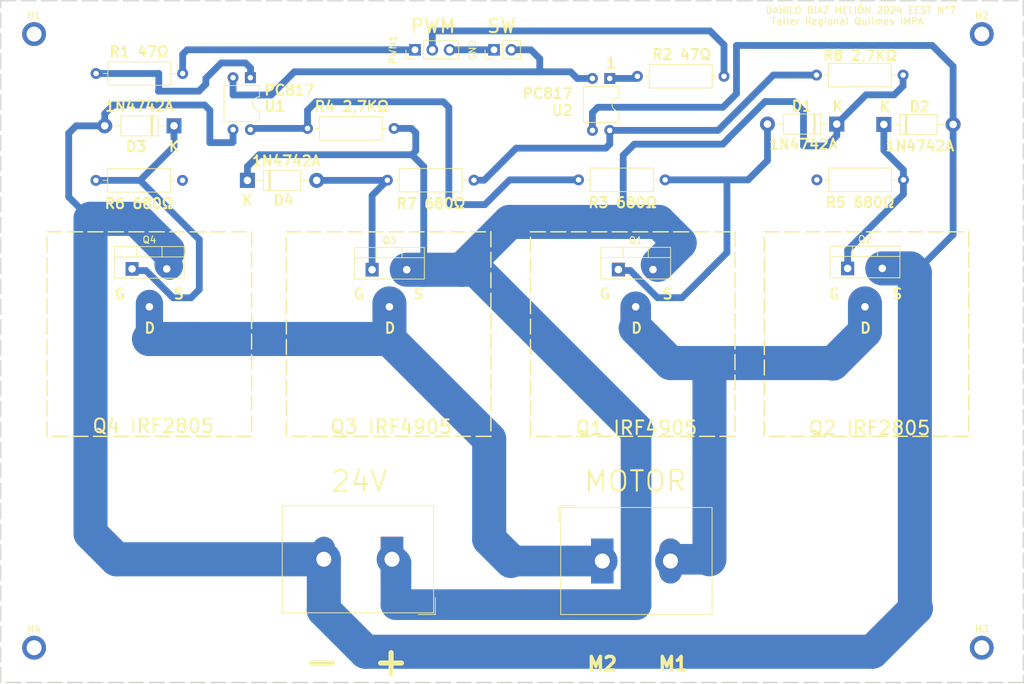
<source format=kicad_pcb>
(kicad_pcb (version 20240108) (generator "pcbnew") (generator_version "8.0")
  (title_block (title "Puente H Power Mosfet") (date "05/09/2024") (rev "8.1.1") (company "Danilo Melión"))
  (layers (0 "F.Cu" signal) (31 "B.Cu" signal) (34 "B.Paste" user) (35 "F.Paste" user) (36 "B.SilkS" user "B.Silkscreen") (37 "F.SilkS" user "F.Silkscreen") (38 "B.Mask" user) (39 "F.Mask" user) (44 "Edge.Cuts" user))
  (net 0 "")
  (net 1 "PWM1")
  (net 2 "PWM2")
  (net 3 "GND")
  (net 4 "Net-(J2-Pin_1)")
  (net 5 "Net-(J2-Pin_2)")
  (net 6 "Net-(D2-K)")
  (net 7 "+24V")
  (net 8 "Net-(D1-A)")
  (net 9 "Net-(R3-Pad1)")
  (net 10 "Net-(R1-Pad2)")
  (net 11 "Net-(SW1-B)")
  (net 12 "GNDPWR")
  (net 13 "Net-(R7-Pad2)")
  (net 14 "Net-(D3-K)")
  (net 15 "Net-(D4-A)")
  (net 16 "Net-(R2-Pad1)")
  (footprint "Package_DIP:DIP-4_W7.62mm" (layer "F.Cu") (at 88.7222 42.3926 -90)
    (property "Reference" "U1" (hide yes))
    (property "Value" "PC817" (hide yes))
    (fp_line (start 1.16 3.87) (end 6.46 3.87) (stroke (width 0.12)) (layer "F.SilkS"))
    (fp_line (start 6.46 3.87) (end 6.46 -1.33) (stroke (width 0.12)) (layer "F.SilkS"))
    (fp_line (start 1.16 -1.33) (end 1.16 3.87) (stroke (width 0.12)) (layer "F.SilkS"))
    (fp_line (start 2.81 -1.33) (end 1.16 -1.33) (stroke (width 0.12)) (layer "F.SilkS"))
    (fp_line (start 6.46 -1.33) (end 4.81 -1.33) (stroke (width 0.12)) (layer "F.SilkS"))
    (fp_arc (start 4.81 -1.33) (mid 3.81 -0.33) (end 2.81 -1.33) (stroke (width 0.12)) (layer "F.SilkS"))
    (pad "1" thru_hole rect (at 0 0 270) (size 1.6 1.6) (drill 0.8) (layers "*.Cu" "*.Mask") (net 10 "Net-(R1-Pad2)"))
    (pad "2" thru_hole oval (at 0 2.54 270) (size 1.6 1.6) (drill 0.8) (layers "*.Cu" "*.Mask") (net 11 "Net-(SW1-B)"))
    (pad "3" thru_hole oval (at 7.62 2.54 270) (size 1.6 1.6) (drill 0.8) (layers "*.Cu" "*.Mask") (net 12 "GNDPWR"))
    (pad "4" thru_hole oval (at 7.62 0 270) (size 1.6 1.6) (drill 0.8) (layers "*.Cu" "*.Mask") (net 9 "Net-(R3-Pad1)"))
  )
  (footprint "Diode_THT:D_DO-41_SOD81_P10.16mm_Horizontal" (layer "F.Cu") (at 181.6354 49.2506)
    (property "Reference" "D2" (hide yes))
    (property "Value" "1N4742A" (hide yes))
    (fp_line (start 1.34 0) (end 2.36 0) (stroke (width 0.12)) (layer "F.SilkS"))
    (fp_line (start 2.36 -1.47) (end 2.36 1.47) (stroke (width 0.12)) (layer "F.SilkS"))
    (fp_line (start 2.36 1.47) (end 7.8 1.47) (stroke (width 0.12)) (layer "F.SilkS"))
    (fp_line (start 3.14 -1.47) (end 3.14 1.47) (stroke (width 0.12)) (layer "F.SilkS"))
    (fp_line (start 3.26 -1.47) (end 3.26 1.47) (stroke (width 0.12)) (layer "F.SilkS"))
    (fp_line (start 3.38 -1.47) (end 3.38 1.47) (stroke (width 0.12)) (layer "F.SilkS"))
    (fp_line (start 7.8 -1.47) (end 2.36 -1.47) (stroke (width 0.12)) (layer "F.SilkS"))
    (fp_line (start 7.8 1.47) (end 7.8 -1.47) (stroke (width 0.12)) (layer "F.SilkS"))
    (fp_line (start 8.82 0) (end 7.8 0) (stroke (width 0.12)) (layer "F.SilkS"))
    (pad "1" thru_hole rect (at 0 0) (size 2.2 2.2) (drill 1.1) (layers "*.Cu" "*.Mask") (net 6 "Net-(D2-K)"))
    (pad "2" thru_hole oval (at 10.16 0) (size 2.2 2.2) (drill 1.1) (layers "*.Cu" "*.Mask") (net 12 "GNDPWR"))
  )
  (footprint "Diode_THT:D_DO-41_SOD81_P10.16mm_Horizontal" (layer "F.Cu") (at 88.2904 57.4548)
    (property "Reference" "D4" (at 5.3086 2.8956 0) (layer "F.SilkS") (effects (font (size 1.5 1.5) (thickness 0.3) (bold yes))))
    (property "Value" "1N4742A" (at 5.6896 -2.8448 0) (layer "F.SilkS") (effects (font (size 1.5 1.5) (thickness 0.3) (bold yes))))
    (fp_line (start 1.34 0) (end 2.36 0) (stroke (width 0.12)) (layer "F.SilkS"))
    (fp_line (start 2.36 -1.47) (end 2.36 1.47) (stroke (width 0.12)) (layer "F.SilkS"))
    (fp_line (start 2.36 1.47) (end 7.8 1.47) (stroke (width 0.12)) (layer "F.SilkS"))
    (fp_line (start 3.14 -1.47) (end 3.14 1.47) (stroke (width 0.12)) (layer "F.SilkS"))
    (fp_line (start 3.26 -1.47) (end 3.26 1.47) (stroke (width 0.12)) (layer "F.SilkS"))
    (fp_line (start 3.38 -1.47) (end 3.38 1.47) (stroke (width 0.12)) (layer "F.SilkS"))
    (fp_line (start 7.8 -1.47) (end 2.36 -1.47) (stroke (width 0.12)) (layer "F.SilkS"))
    (fp_line (start 7.8 1.47) (end 7.8 -1.47) (stroke (width 0.12)) (layer "F.SilkS"))
    (fp_line (start 8.82 0) (end 7.8 0) (stroke (width 0.12)) (layer "F.SilkS"))
    (fp_text user "K" (at 0 2.921 0) (layer "F.SilkS") (effects (font (size 1.5 1.5) (thickness 0.3) (bold yes))))
    (pad "1" thru_hole rect (at 0 0) (size 2.2 2.2) (drill 1.1) (layers "*.Cu" "*.Mask") (net 7 "+24V"))
    (pad "2" thru_hole oval (at 10.16 0) (size 2.2 2.2) (drill 1.1) (layers "*.Cu" "*.Mask") (net 15 "Net-(D4-A)"))
  )
  (footprint "MountingHole:MountingHole_2.2mm_M2_ISO7380_Pad" (layer "F.Cu") (at 57 126)
    (property "Reference" "H4" (at 0 -2.75 0) (layer "F.SilkS"))
    (property "Value" "MountingHole_2.2mm_M2_ISO7380_Pad" (hide yes))
    (pad "1" thru_hole circle (at 0 0) (size 3.5 3.5) (drill 2.2) (layers "*.Cu" "*.Mask"))
  )
  (footprint "Package_TO_SOT_THT:TO-220-3_Vertical" (layer "F.Cu") (at 106.5784 70.5612)
    (property "Reference" "Q3" (at 2.54 -4.27 0) (layer "F.SilkS"))
    (property "Value" "IRF4905")
    (fp_line (start -2.58 -3.27) (end -2.58 1.371) (stroke (width 0.12)) (layer "F.SilkS"))
    (fp_line (start -2.58 -3.27) (end 7.66 -3.27) (stroke (width 0.12)) (layer "F.SilkS"))
    (fp_line (start -2.58 -1.76) (end 7.66 -1.76) (stroke (width 0.12)) (layer "F.SilkS"))
    (fp_line (start -2.58 1.371) (end 7.66 1.371) (stroke (width 0.12)) (layer "F.SilkS"))
    (fp_line (start 0.69 -3.27) (end 0.69 -1.76) (stroke (width 0.12)) (layer "F.SilkS"))
    (fp_line (start 4.391 -3.27) (end 4.391 -1.76) (stroke (width 0.12)) (layer "F.SilkS"))
    (fp_line (start 7.66 -3.27) (end 7.66 1.371) (stroke (width 0.12)) (layer "F.SilkS"))
    (pad "1" thru_hole rect (at 0 0) (size 1.905 2) (drill 1.1) (layers "*.Cu" "*.Mask") (net 15 "Net-(D4-A)"))
    (pad "2" thru_hole oval (at 2.54 5.4388) (size 1.905 2) (drill 1.1) (layers "*.Cu" "*.Mask") (net 4 "Net-(J2-Pin_1)"))
    (pad "3" thru_hole oval (at 5.08 0) (size 1.905 2) (drill 1.1) (layers "*.Cu" "*.Mask") (net 7 "+24V"))
  )
  (footprint "Resistor_THT:R_Axial_DIN0309_L9.0mm_D3.2mm_P12.70mm_Horizontal" (layer "F.Cu") (at 66.0654 57.4548)
    (property "Reference" "R6" (hide yes))
    (property "Value" "680" (hide yes))
    (fp_line (start 1.04 0) (end 1.73 0) (stroke (width 0.12)) (layer "F.SilkS"))
    (fp_line (start 1.73 -1.72) (end 1.73 1.72) (stroke (width 0.12)) (layer "F.SilkS"))
    (fp_line (start 1.73 1.72) (end 10.97 1.72) (stroke (width 0.12)) (layer "F.SilkS"))
    (fp_line (start 10.97 -1.72) (end 1.73 -1.72) (stroke (width 0.12)) (layer "F.SilkS"))
    (fp_line (start 10.97 1.72) (end 10.97 -1.72) (stroke (width 0.12)) (layer "F.SilkS"))
    (fp_line (start 11.66 0) (end 10.97 0) (stroke (width 0.12)) (layer "F.SilkS"))
    (pad "1" thru_hole circle (at 0 0) (size 1.6 1.6) (drill 0.8) (layers "*.Cu" "*.Mask") (net 14 "Net-(D3-K)"))
    (pad "2" thru_hole oval (at 12.7 0) (size 1.6 1.6) (drill 0.8) (layers "*.Cu" "*.Mask") (net 5 "Net-(J2-Pin_2)"))
  )
  (footprint "Package_DIP:DIP-4_W7.62mm" (layer "F.Cu") (at 141.4322 42.5042 -90)
    (property "Reference" "U2" (hide yes))
    (property "Value" "PC817" (hide yes))
    (fp_line (start 1.16 3.87) (end 6.46 3.87) (stroke (width 0.12)) (layer "F.SilkS"))
    (fp_line (start 6.46 3.87) (end 6.46 -1.33) (stroke (width 0.12)) (layer "F.SilkS"))
    (fp_line (start 1.16 -1.33) (end 1.16 3.87) (stroke (width 0.12)) (layer "F.SilkS"))
    (fp_line (start 2.81 -1.33) (end 1.16 -1.33) (stroke (width 0.12)) (layer "F.SilkS"))
    (fp_line (start 6.46 -1.33) (end 4.81 -1.33) (stroke (width 0.12)) (layer "F.SilkS"))
    (fp_arc (start 4.81 -1.33) (mid 3.81 -0.33) (end 2.81 -1.33) (stroke (width 0.12)) (layer "F.SilkS"))
    (pad "1" thru_hole rect (at 0 0 270) (size 1.6 1.6) (drill 0.8) (layers "*.Cu" "*.Mask") (net 16 "Net-(R2-Pad1)"))
    (pad "2" thru_hole oval (at 0 2.54 270) (size 1.6 1.6) (drill 0.8) (layers "*.Cu" "*.Mask") (net 11 "Net-(SW1-B)"))
    (pad "3" thru_hole oval (at 7.62 2.54 270) (size 1.6 1.6) (drill 0.8) (layers "*.Cu" "*.Mask") (net 12 "GNDPWR"))
    (pad "4" thru_hole oval (at 7.62 0 270) (size 1.6 1.6) (drill 0.8) (layers "*.Cu" "*.Mask") (net 13 "Net-(R7-Pad2)"))
  )
  (footprint "Diode_THT:D_DO-41_SOD81_P10.16mm_Horizontal" (layer "F.Cu") (at 77.5208 49.4538 180)
    (property "Reference" "D3" (at 5.5626 -3.048 0) (layer "F.SilkS") (effects (font (size 1.5 1.5) (thickness 0.3) (bold yes))))
    (property "Value" "1N4742A" (at 5.08 2.8702 0) (layer "F.SilkS") (effects (font (size 1.5 1.5) (thickness 0.3) (bold yes))))
    (fp_line (start 8.82 0) (end 7.8 0) (stroke (width 0.12)) (layer "F.SilkS"))
    (fp_line (start 7.8 1.47) (end 7.8 -1.47) (stroke (width 0.12)) (layer "F.SilkS"))
    (fp_line (start 7.8 -1.47) (end 2.36 -1.47) (stroke (width 0.12)) (layer "F.SilkS"))
    (fp_line (start 3.38 -1.47) (end 3.38 1.47) (stroke (width 0.12)) (layer "F.SilkS"))
    (fp_line (start 3.26 -1.47) (end 3.26 1.47) (stroke (width 0.12)) (layer "F.SilkS"))
    (fp_line (start 3.14 -1.47) (end 3.14 1.47) (stroke (width 0.12)) (layer "F.SilkS"))
    (fp_line (start 2.36 1.47) (end 7.8 1.47) (stroke (width 0.12)) (layer "F.SilkS"))
    (fp_line (start 2.36 -1.47) (end 2.36 1.47) (stroke (width 0.12)) (layer "F.SilkS"))
    (fp_line (start 1.34 0) (end 2.36 0) (stroke (width 0.12)) (layer "F.SilkS"))
    (fp_text user "K" (at -0.0254 -3.0226 0) (layer "F.SilkS") (effects (font (size 1.5 1.5) (thickness 0.3) (bold yes))))
    (pad "1" thru_hole rect (at 0 0 180) (size 2.2 2.2) (drill 1.1) (layers "*.Cu" "*.Mask") (net 14 "Net-(D3-K)"))
    (pad "2" thru_hole oval (at 10.16 0 180) (size 2.2 2.2) (drill 1.1) (layers "*.Cu" "*.Mask") (net 12 "GNDPWR"))
  )
  (footprint "Package_TO_SOT_THT:TO-220-3_Vertical" (layer "F.Cu") (at 71.374 70.4394)
    (property "Reference" "Q4" (at 2.54 -4.27 0) (layer "F.SilkS"))
    (property "Value" "IRF2805")
    (fp_line (start -2.58 -3.27) (end -2.58 1.371) (stroke (width 0.12)) (layer "F.SilkS"))
    (fp_line (start -2.58 -3.27) (end 7.66 -3.27) (stroke (width 0.12)) (layer "F.SilkS"))
    (fp_line (start -2.58 -1.76) (end 7.66 -1.76) (stroke (width 0.12)) (layer "F.SilkS"))
    (fp_line (start -2.58 1.371) (end 7.66 1.371) (stroke (width 0.12)) (layer "F.SilkS"))
    (fp_line (start 0.69 -3.27) (end 0.69 -1.76) (stroke (width 0.12)) (layer "F.SilkS"))
    (fp_line (start 4.391 -3.27) (end 4.391 -1.76) (stroke (width 0.12)) (layer "F.SilkS"))
    (fp_line (start 7.66 -3.27) (end 7.66 1.371) (stroke (width 0.12)) (layer "F.SilkS"))
    (pad "1" thru_hole rect (at 0 0) (size 1.905 2) (drill 1.1) (layers "*.Cu" "*.Mask") (net 14 "Net-(D3-K)"))
    (pad "2" thru_hole oval (at 2.54 5.5606) (size 1.905 2) (drill 1.1) (layers "*.Cu" "*.Mask") (net 4 "Net-(J2-Pin_1)"))
    (pad "3" thru_hole oval (at 5.08 0) (size 1.905 2) (drill 1.1) (layers "*.Cu" "*.Mask") (net 12 "GNDPWR"))
  )
  (footprint "MountingHole:MountingHole_2.2mm_M2_ISO7380_Pad" (layer "F.Cu") (at 57 36)
    (property "Reference" "H1" (at 0 -2.75 0) (layer "F.SilkS"))
    (property "Value" "MountingHole_2.2mm_M2_ISO7380_Pad" (hide yes))
    (pad "1" thru_hole circle (at 0 0) (size 3.5 3.5) (drill 2.2) (layers "*.Cu" "*.Mask"))
  )
  (footprint "Package_TO_SOT_THT:TO-220-3_Vertical" (layer "F.Cu") (at 176.3268 70.3671)
    (property "Reference" "Q2" (at 2.54 -4.27 0) (layer "F.SilkS"))
    (property "Value" "IRF2805")
    (fp_line (start -2.58 -3.27) (end -2.58 1.371) (stroke (width 0.12)) (layer "F.SilkS"))
    (fp_line (start -2.58 -3.27) (end 7.66 -3.27) (stroke (width 0.12)) (layer "F.SilkS"))
    (fp_line (start -2.58 -1.76) (end 7.66 -1.76) (stroke (width 0.12)) (layer "F.SilkS"))
    (fp_line (start -2.58 1.371) (end 7.66 1.371) (stroke (width 0.12)) (layer "F.SilkS"))
    (fp_line (start 0.69 -3.27) (end 0.69 -1.76) (stroke (width 0.12)) (layer "F.SilkS"))
    (fp_line (start 4.391 -3.27) (end 4.391 -1.76) (stroke (width 0.12)) (layer "F.SilkS"))
    (fp_line (start 7.66 -3.27) (end 7.66 1.371) (stroke (width 0.12)) (layer "F.SilkS"))
    (pad "1" thru_hole rect (at 0 0) (size 1.905 2) (drill 1.1) (layers "*.Cu" "*.Mask") (net 6 "Net-(D2-K)"))
    (pad "2" thru_hole oval (at 2.54 5.6329) (size 1.905 2) (drill 1.1) (layers "*.Cu" "*.Mask") (net 5 "Net-(J2-Pin_2)"))
    (pad "3" thru_hole oval (at 5.08 0) (size 1.905 2) (drill 1.1) (layers "*.Cu" "*.Mask") (net 12 "GNDPWR"))
  )
  (footprint "Diode_THT:D_DO-41_SOD81_P10.16mm_Horizontal" (layer "F.Cu") (at 174.7266 49.1998 180)
    (property "Reference" "D1" (hide yes))
    (property "Value" "1N4742A" (hide yes))
    (fp_line (start 8.82 0) (end 7.8 0) (stroke (width 0.12)) (layer "F.SilkS"))
    (fp_line (start 7.8 1.47) (end 7.8 -1.47) (stroke (width 0.12)) (layer "F.SilkS"))
    (fp_line (start 7.8 -1.47) (end 2.36 -1.47) (stroke (width 0.12)) (layer "F.SilkS"))
    (fp_line (start 3.38 -1.47) (end 3.38 1.47) (stroke (width 0.12)) (layer "F.SilkS"))
    (fp_line (start 3.26 -1.47) (end 3.26 1.47) (stroke (width 0.12)) (layer "F.SilkS"))
    (fp_line (start 3.14 -1.47) (end 3.14 1.47) (stroke (width 0.12)) (layer "F.SilkS"))
    (fp_line (start 2.36 1.47) (end 7.8 1.47) (stroke (width 0.12)) (layer "F.SilkS"))
    (fp_line (start 2.36 -1.47) (end 2.36 1.47) (stroke (width 0.12)) (layer "F.SilkS"))
    (fp_line (start 1.34 0) (end 2.36 0) (stroke (width 0.12)) (layer "F.SilkS"))
    (pad "1" thru_hole rect (at 0 0 180) (size 2.2 2.2) (drill 1.1) (layers "*.Cu" "*.Mask") (net 7 "+24V"))
    (pad "2" thru_hole oval (at 10.16 0 180) (size 2.2 2.2) (drill 1.1) (layers "*.Cu" "*.Mask") (net 8 "Net-(D1-A)"))
  )
  (footprint "Resistor_THT:R_Axial_DIN0309_L9.0mm_D3.2mm_P12.70mm_Horizontal" (layer "F.Cu") (at 109.8042 49.8348 180)
    (property "Reference" "R4" (hide yes))
    (property "Value" "2.7K" (hide yes))
    (fp_line (start 11.66 0) (end 10.97 0) (stroke (width 0.12)) (layer "F.SilkS"))
    (fp_line (start 10.97 1.72) (end 10.97 -1.72) (stroke (width 0.12)) (layer "F.SilkS"))
    (fp_line (start 10.97 -1.72) (end 1.73 -1.72) (stroke (width 0.12)) (layer "F.SilkS"))
    (fp_line (start 1.73 1.72) (end 10.97 1.72) (stroke (width 0.12)) (layer "F.SilkS"))
    (fp_line (start 1.73 -1.72) (end 1.73 1.72) (stroke (width 0.12)) (layer "F.SilkS"))
    (fp_line (start 1.04 0) (end 1.73 0) (stroke (width 0.12)) (layer "F.SilkS"))
    (pad "1" thru_hole circle (at 0 0 180) (size 1.6 1.6) (drill 0.8) (layers "*.Cu" "*.Mask") (net 7 "+24V"))
    (pad "2" thru_hole oval (at 12.7 0 180) (size 1.6 1.6) (drill 0.8) (layers "*.Cu" "*.Mask") (net 9 "Net-(R3-Pad1)"))
  )
  (footprint "TerminalBlock_Dinkle:TerminalBlock_Dinkle_DT-55-B01X-02_P10.00mm" (layer "F.Cu") (at 109.4956 113.03 180)
    (property "Reference" "J3" (hide yes))
    (property "Value" "24V" (at 4.7956 11.43 0) (layer "F.SilkS") (effects (font (size 3 3) (thickness 0.3))))
    (fp_line (start 16.1 -7.85) (end 16.1 7.85) (stroke (width 0.12)) (layer "F.SilkS"))
    (fp_line (start -6.1 7.85) (end 16.1 7.85) (stroke (width 0.12)) (layer "F.SilkS"))
    (fp_line (start -6.1 7.85) (end -6.1 -7.85) (stroke (width 0.12)) (layer "F.SilkS"))
    (fp_line (start -6.1 -7.85) (end 16.1 -7.85) (stroke (width 0.12)) (layer "F.SilkS"))
    (fp_line (start -6.35 -5.6) (end -6.35 -8.1) (stroke (width 0.12)) (layer "F.SilkS"))
    (fp_line (start -6.35 -8.1) (end -3.85 -8.1) (stroke (width 0.12)) (layer "F.SilkS"))
    (pad "1" thru_hole rect (at 0 0 180) (size 3.3 6.6) (drill 2.2) (layers "*.Cu" "*.Mask") (net 7 "+24V"))
    (pad "2" thru_hole oval (at 10 0 180) (size 3.3 6.6) (drill 2.2) (layers "*.Cu" "*.Mask") (net 12 "GNDPWR"))
  )
  (footprint "TerminalBlock_Dinkle:TerminalBlock_Dinkle_DT-55-B01X-02_P10.00mm" (layer "F.Cu") (at 140.3388 113.284)
    (property "Reference" "J2" (hide yes))
    (property "Value" "MOTOR" (at 4.8476 -11.684 0) (layer "F.SilkS") (effects (font (size 3 3) (thickness 0.3))))
    (fp_line (start -6.35 -8.1) (end -3.85 -8.1) (stroke (width 0.12)) (layer "F.SilkS"))
    (fp_line (start -6.35 -5.6) (end -6.35 -8.1) (stroke (width 0.12)) (layer "F.SilkS"))
    (fp_line (start -6.1 -7.85) (end 16.1 -7.85) (stroke (width 0.12)) (layer "F.SilkS"))
    (fp_line (start -6.1 7.85) (end -6.1 -7.85) (stroke (width 0.12)) (layer "F.SilkS"))
    (fp_line (start -6.1 7.85) (end 16.1 7.85) (stroke (width 0.12)) (layer "F.SilkS"))
    (fp_line (start 16.1 -7.85) (end 16.1 7.85) (stroke (width 0.12)) (layer "F.SilkS"))
    (pad "1" thru_hole rect (at 0 0) (size 3.3 6.6) (drill 2.2) (layers "*.Cu" "*.Mask") (net 4 "Net-(J2-Pin_1)"))
    (pad "2" thru_hole oval (at 10 0) (size 3.3 6.6) (drill 2.2) (layers "*.Cu" "*.Mask") (net 5 "Net-(J2-Pin_2)"))
  )
  (footprint "Resistor_THT:R_Axial_DIN0309_L9.0mm_D3.2mm_P12.70mm_Horizontal" (layer "F.Cu") (at 108.8136 57.4294)
    (property "Reference" "R7" (hide yes))
    (property "Value" "680" (hide yes))
    (fp_line (start 1.04 0) (end 1.73 0) (stroke (width 0.12)) (layer "F.SilkS"))
    (fp_line (start 1.73 -1.72) (end 1.73 1.72) (stroke (width 0.12)) (layer "F.SilkS"))
    (fp_line (start 1.73 1.72) (end 10.97 1.72) (stroke (width 0.12)) (layer "F.SilkS"))
    (fp_line (start 10.97 -1.72) (end 1.73 -1.72) (stroke (width 0.12)) (layer "F.SilkS"))
    (fp_line (start 10.97 1.72) (end 10.97 -1.72) (stroke (width 0.12)) (layer "F.SilkS"))
    (fp_line (start 11.66 0) (end 10.97 0) (stroke (width 0.12)) (layer "F.SilkS"))
    (pad "1" thru_hole circle (at 0 0) (size 1.6 1.6) (drill 0.8) (layers "*.Cu" "*.Mask") (net 15 "Net-(D4-A)"))
    (pad "2" thru_hole oval (at 12.7 0) (size 1.6 1.6) (drill 0.8) (layers "*.Cu" "*.Mask") (net 13 "Net-(R7-Pad2)"))
  )
  (footprint "Resistor_THT:R_Axial_DIN0309_L9.0mm_D3.2mm_P12.70mm_Horizontal" (layer "F.Cu") (at 184.4548 42.0116 180)
    (property "Reference" "R8" (hide yes))
    (property "Value" "2.7K" (hide yes))
    (fp_line (start 11.66 0) (end 10.97 0) (stroke (width 0.12)) (layer "F.SilkS"))
    (fp_line (start 10.97 1.72) (end 10.97 -1.72) (stroke (width 0.12)) (layer "F.SilkS"))
    (fp_line (start 10.97 -1.72) (end 1.73 -1.72) (stroke (width 0.12)) (layer "F.SilkS"))
    (fp_line (start 1.73 1.72) (end 10.97 1.72) (stroke (width 0.12)) (layer "F.SilkS"))
    (fp_line (start 1.73 -1.72) (end 1.73 1.72) (stroke (width 0.12)) (layer "F.SilkS"))
    (fp_line (start 1.04 0) (end 1.73 0) (stroke (width 0.12)) (layer "F.SilkS"))
    (pad "1" thru_hole circle (at 0 0 180) (size 1.6 1.6) (drill 0.8) (layers "*.Cu" "*.Mask") (net 7 "+24V"))
    (pad "2" thru_hole oval (at 12.7 0 180) (size 1.6 1.6) (drill 0.8) (layers "*.Cu" "*.Mask") (net 13 "Net-(R7-Pad2)"))
  )
  (footprint "Package_TO_SOT_THT:TO-220-3_Vertical" (layer "F.Cu") (at 142.6972 70.541)
    (property "Reference" "Q1" (at 2.54 -4.27 0) (layer "F.SilkS"))
    (property "Value" "IRF4905")
    (fp_line (start -2.58 -3.27) (end -2.58 1.371) (stroke (width 0.12)) (layer "F.SilkS"))
    (fp_line (start -2.58 -3.27) (end 7.66 -3.27) (stroke (width 0.12)) (layer "F.SilkS"))
    (fp_line (start -2.58 -1.76) (end 7.66 -1.76) (stroke (width 0.12)) (layer "F.SilkS"))
    (fp_line (start -2.58 1.371) (end 7.66 1.371) (stroke (width 0.12)) (layer "F.SilkS"))
    (fp_line (start 0.69 -3.27) (end 0.69 -1.76) (stroke (width 0.12)) (layer "F.SilkS"))
    (fp_line (start 4.391 -3.27) (end 4.391 -1.76) (stroke (width 0.12)) (layer "F.SilkS"))
    (fp_line (start 7.66 -3.27) (end 7.66 1.371) (stroke (width 0.12)) (layer "F.SilkS"))
    (pad "1" thru_hole rect (at 0 0) (size 1.905 2) (drill 1.1) (layers "*.Cu" "*.Mask") (net 8 "Net-(D1-A)"))
    (pad "2" thru_hole oval (at 2.54 5.459) (size 1.905 2) (drill 1.1) (layers "*.Cu" "*.Mask") (net 5 "Net-(J2-Pin_2)"))
    (pad "3" thru_hole oval (at 5.08 0) (size 1.905 2) (drill 1.1) (layers "*.Cu" "*.Mask") (net 7 "+24V"))
  )
  (footprint "Connector_PinHeader_2.54mm:PinHeader_1x02_P2.54mm_Vertical" (layer "F.Cu") (at 124.46 38.3032 90)
    (property "Reference" "GND" (at -0.0762 -3.1496 90) (layer "F.SilkS"))
    (property "Value" "SW" (at 3.5052 1.0922 180) (layer "F.SilkS") (effects (font (size 2 2) (thickness 0.3) (bold yes))))
    (fp_line (start -1.33 -1.33) (end 0 -1.33) (stroke (width 0.12)) (layer "F.SilkS"))
    (fp_line (start -1.33 0) (end -1.33 -1.33) (stroke (width 0.12)) (layer "F.SilkS"))
    (fp_line (start 1.33 1.27) (end 1.33 3.87) (stroke (width 0.12)) (layer "F.SilkS"))
    (fp_line (start -1.33 1.27) (end 1.33 1.27) (stroke (width 0.12)) (layer "F.SilkS"))
    (fp_line (start -1.33 1.27) (end -1.33 3.87) (stroke (width 0.12)) (layer "F.SilkS"))
    (fp_line (start -1.33 3.87) (end 1.33 3.87) (stroke (width 0.12)) (layer "F.SilkS"))
    (pad "1" thru_hole rect (at 0 0 90) (size 1.7 1.7) (drill 1) (layers "*.Cu" "*.Mask") (net 3 "GND"))
    (pad "2" thru_hole oval (at 0 2.54 90) (size 1.7 1.7) (drill 1) (layers "*.Cu" "*.Mask") (net 11 "Net-(SW1-B)"))
  )
  (footprint "Connector_PinHeader_2.54mm:PinHeader_1x03_P2.54mm_Vertical" (layer "F.Cu") (at 112.8672 38.3032 90)
    (property "Reference" "PWM1" (at 0.0254 -3.2408 90) (layer "F.SilkS"))
    (property "Value" "PWM" (at 3.5052 2.6266 180) (layer "F.SilkS") (effects (font (size 2 2) (thickness 0.3))))
    (fp_line (start -1.33 -1.33) (end 0 -1.33) (stroke (width 0.12)) (layer "F.SilkS"))
    (fp_line (start -1.33 0) (end -1.33 -1.33) (stroke (width 0.12)) (layer "F.SilkS"))
    (fp_line (start 1.33 1.27) (end 1.33 6.41) (stroke (width 0.12)) (layer "F.SilkS"))
    (fp_line (start -1.33 1.27) (end 1.33 1.27) (stroke (width 0.12)) (layer "F.SilkS"))
    (fp_line (start -1.33 1.27) (end -1.33 6.41) (stroke (width 0.12)) (layer "F.SilkS"))
    (fp_line (start -1.33 6.41) (end 1.33 6.41) (stroke (width 0.12)) (layer "F.SilkS"))
    (pad "1" thru_hole rect (at 0 0 90) (size 1.7 1.7) (drill 1) (layers "*.Cu" "*.Mask") (net 1 "PWM1"))
    (pad "2" thru_hole oval (at 0 2.54 90) (size 1.7 1.7) (drill 1) (layers "*.Cu" "*.Mask") (net 2 "PWM2"))
    (pad "3" thru_hole oval (at 0 5.08 90) (size 1.7 1.7) (drill 1) (layers "*.Cu" "*.Mask") (net 3 "GND"))
  )
  (footprint "Resistor_THT:R_Axial_DIN0309_L9.0mm_D3.2mm_P12.70mm_Horizontal" (layer "F.Cu") (at 145.4912 42.1894)
    (property "Reference" "R2" (hide yes))
    (property "Value" "47" (hide yes))
    (fp_line (start 1.04 0) (end 1.73 0) (stroke (width 0.12)) (layer "F.SilkS"))
    (fp_line (start 1.73 -1.72) (end 1.73 1.72) (stroke (width 0.12)) (layer "F.SilkS"))
    (fp_line (start 1.73 1.72) (end 10.97 1.72) (stroke (width 0.12)) (layer "F.SilkS"))
    (fp_line (start 10.97 -1.72) (end 1.73 -1.72) (stroke (width 0.12)) (layer "F.SilkS"))
    (fp_line (start 10.97 1.72) (end 10.97 -1.72) (stroke (width 0.12)) (layer "F.SilkS"))
    (fp_line (start 11.66 0) (end 10.97 0) (stroke (width 0.12)) (layer "F.SilkS"))
    (pad "1" thru_hole circle (at 0 0) (size 1.6 1.6) (drill 0.8) (layers "*.Cu" "*.Mask") (net 16 "Net-(R2-Pad1)"))
    (pad "2" thru_hole oval (at 12.7 0) (size 1.6 1.6) (drill 0.8) (layers "*.Cu" "*.Mask") (net 2 "PWM2"))
  )
  (footprint "Resistor_THT:R_Axial_DIN0309_L9.0mm_D3.2mm_P12.70mm_Horizontal" (layer "F.Cu") (at 184.5056 57.3786 180)
    (property "Reference" "R5" (hide yes))
    (property "Value" "680" (hide yes))
    (fp_line (start 11.66 0) (end 10.97 0) (stroke (width 0.12)) (layer "F.SilkS"))
    (fp_line (start 10.97 1.72) (end 10.97 -1.72) (stroke (width 0.12)) (layer "F.SilkS"))
    (fp_line (start 10.97 -1.72) (end 1.73 -1.72) (stroke (width 0.12)) (layer "F.SilkS"))
    (fp_line (start 1.73 1.72) (end 10.97 1.72) (stroke (width 0.12)) (layer "F.SilkS"))
    (fp_line (start 1.73 -1.72) (end 1.73 1.72) (stroke (width 0.12)) (layer "F.SilkS"))
    (fp_line (start 1.04 0) (end 1.73 0) (stroke (width 0.12)) (layer "F.SilkS"))
    (pad "1" thru_hole circle (at 0 0 180) (size 1.6 1.6) (drill 0.8) (layers "*.Cu" "*.Mask") (net 6 "Net-(D2-K)"))
    (pad "2" thru_hole oval (at 12.7 0 180) (size 1.6 1.6) (drill 0.8) (layers "*.Cu" "*.Mask") (net 4 "Net-(J2-Pin_1)"))
  )
  (footprint "MountingHole:MountingHole_2.2mm_M2_ISO7380_Pad" (layer "F.Cu") (at 196 126)
    (property "Reference" "H3" (at 0 -2.75 0) (layer "F.SilkS"))
    (property "Value" "MountingHole_2.2mm_M2_ISO7380_Pad" (hide yes))
    (pad "1" thru_hole circle (at 0 0) (size 3.5 3.5) (drill 2.2) (layers "*.Cu" "*.Mask"))
  )
  (footprint "Resistor_THT:R_Axial_DIN0309_L9.0mm_D3.2mm_P12.70mm_Horizontal" (layer "F.Cu") (at 78.7908 41.783 180)
    (property "Reference" "R1" (hide yes))
    (property "Value" "47" (hide yes))
    (fp_line (start 11.66 0) (end 10.97 0) (stroke (width 0.12)) (layer "F.SilkS"))
    (fp_line (start 10.97 1.72) (end 10.97 -1.72) (stroke (width 0.12)) (layer "F.SilkS"))
    (fp_line (start 10.97 -1.72) (end 1.73 -1.72) (stroke (width 0.12)) (layer "F.SilkS"))
    (fp_line (start 1.73 1.72) (end 10.97 1.72) (stroke (width 0.12)) (layer "F.SilkS"))
    (fp_line (start 1.73 -1.72) (end 1.73 1.72) (stroke (width 0.12)) (layer "F.SilkS"))
    (fp_line (start 1.04 0) (end 1.73 0) (stroke (width 0.12)) (layer "F.SilkS"))
    (pad "1" thru_hole circle (at 0 0 180) (size 1.6 1.6) (drill 0.8) (layers "*.Cu" "*.Mask") (net 1 "PWM1"))
    (pad "2" thru_hole oval (at 12.7 0 180) (size 1.6 1.6) (drill 0.8) (layers "*.Cu" "*.Mask") (net 10 "Net-(R1-Pad2)"))
  )
  (footprint "Resistor_THT:R_Axial_DIN0309_L9.0mm_D3.2mm_P12.70mm_Horizontal" (layer "F.Cu") (at 136.8552 57.3786)
    (property "Reference" "R3" (hide yes))
    (property "Value" "680" (hide yes))
    (fp_line (start 1.04 0) (end 1.73 0) (stroke (width 0.12)) (layer "F.SilkS"))
    (fp_line (start 1.73 -1.72) (end 1.73 1.72) (stroke (width 0.12)) (layer "F.SilkS"))
    (fp_line (start 1.73 1.72) (end 10.97 1.72) (stroke (width 0.12)) (layer "F.SilkS"))
    (fp_line (start 10.97 -1.72) (end 1.73 -1.72) (stroke (width 0.12)) (layer "F.SilkS"))
    (fp_line (start 10.97 1.72) (end 10.97 -1.72) (stroke (width 0.12)) (layer "F.SilkS"))
    (fp_line (start 11.66 0) (end 10.97 0) (stroke (width 0.12)) (layer "F.SilkS"))
    (pad "1" thru_hole circle (at 0 0) (size 1.6 1.6) (drill 0.8) (layers "*.Cu" "*.Mask") (net 9 "Net-(R3-Pad1)"))
    (pad "2" thru_hole oval (at 12.7 0) (size 1.6 1.6) (drill 0.8) (layers "*.Cu" "*.Mask") (net 8 "Net-(D1-A)"))
  )
  (footprint "MountingHole:MountingHole_2.2mm_M2_ISO7380_Pad" (layer "F.Cu") (at 196 36)
    (property "Reference" "H2" (at 0 -2.75 0) (layer "F.SilkS"))
    (property "Value" "MountingHole_2.2mm_M2_ISO7380_Pad" (hide yes))
    (pad "1" thru_hole circle (at 0 0) (size 3.5 3.5) (drill 2.2) (layers "*.Cu" "*.Mask"))
  )
  (gr_rect (start 129.8 65) (end 159.8 95) (stroke (width 0.2) (type dash)) (fill none) (layer "F.SilkS"))
  (gr_rect (start 164.1 65) (end 194.1 95) (stroke (width 0.2) (type dash)) (fill none) (layer "F.SilkS"))
  (gr_rect (start 58.9 65) (end 88.9 95) (stroke (width 0.2) (type dash)) (fill none) (layer "F.SilkS"))
  (gr_rect (start 94 65) (end 124 95) (stroke (width 0.2) (type dash)) (fill none) (layer "F.SilkS"))
  (gr_rect (start 52.1 31.1) (end 202.1 131.1) (stroke (width 0.2) (type dash)) (fill none) (layer "Edge.Cuts"))
  (gr_text "R4 2,7KΩ" (at 97.9678 47.498 0) (layer "F.SilkS") (effects (font (size 1.5 1.5) (thickness 0.3) (bold yes)) (justify left bottom)))
  (gr_text "G" (at 139.7508 75 0) (layer "F.SilkS") (effects (font (size 1.5 1.5) (thickness 0.3) (bold yes)) (justify left bottom)))
  (gr_text "D" (at 144.4244 80 0) (layer "F.SilkS") (effects (font (size 1.5 1.5) (thickness 0.3) (bold yes)) (justify left bottom)))
  (gr_text "R6 680Ω" (at 67.183 61.722 0) (layer "F.SilkS") (effects (font (size 1.5 1.5) (thickness 0.3) (bold yes)) (justify left bottom)))
  (gr_text "G" (at 68.6308 75 0) (layer "F.SilkS") (effects (font (size 1.5 1.5) (thickness 0.3) (bold yes)) (justify left bottom)))
  (gr_text "U1" (at 90.6018 47.4472 0) (layer "F.SilkS") (effects (font (size 1.5 1.5) (thickness 0.3) (bold yes)) (justify left bottom)))
  (gr_text "Q2 IRF2805\n" (at 170.434 94.9452 0) (layer "F.SilkS") (effects (font (size 2 2) (thickness 0.3) (bold yes)) (justify left bottom)))
  (gr_text "Q1 IRF4905\n\n" (at 136.2456 98.1456 0) (layer "F.SilkS") (effects (font (size 2 2) (thickness 0.3) (bold yes)) (justify left bottom)))
  (gr_text "R7 680Ω" (at 109.982 61.722 0) (layer "F.SilkS") (effects (font (size 1.5 1.5) (thickness 0.3) (bold yes)) (justify left bottom)))
  (gr_text "D" (at 178.0032 80 0) (layer "F.SilkS") (effects (font (size 1.5 1.5) (thickness 0.3) (bold yes)) (justify left bottom)))
  (gr_text "D" (at 73.025 80 0) (layer "F.SilkS") (effects (font (size 1.5 1.5) (thickness 0.3) (bold yes)) (justify left bottom)))
  (gr_text "S" (at 112.4966 75 0) (layer "F.SilkS") (effects (font (size 1.5 1.5) (thickness 0.3) (bold yes)) (justify left bottom)))
  (gr_text "PC817" (at 128.4732 45.5676 0) (layer "F.SilkS") (effects (font (size 1.5 1.5) (thickness 0.3) (bold yes)) (justify left bottom)))
  (gr_text "M1" (at 148.336 129.54 0) (layer "F.SilkS") (effects (font (size 2 2) (thickness 0.5) (bold yes)) (justify left bottom)))
  (gr_text "K" (at 181.7878 46.6598 0) (layer "F.SilkS") (effects (font (size 1.5 1.5) (thickness 0.3) (bold yes))))
  (gr_text "1N4742A" (at 186.9186 52.4002 0) (layer "F.SilkS") (effects (font (size 1.5 1.5) (thickness 0.3) (bold yes))))
  (gr_text "1N4742A" (at 169.8244 52.1716 0) (layer "F.SilkS") (effects (font (size 1.5 1.5) (thickness 0.3) (bold yes))))
  (gr_text "R1 47Ω" (at 67.8942 39.4716 0) (layer "F.SilkS") (effects (font (size 1.5 1.5) (thickness 0.3) (bold yes)) (justify left bottom)))
  (gr_text "D2" (at 186.8678 46.6598 0) (layer "F.SilkS") (effects (font (size 1.5 1.5) (thickness 0.3) (bold yes))))
  (gr_text "Q3 IRF4905\n\n" (at 100.2792 97.9932 0) (layer "F.SilkS") (effects (font (size 2 2) (thickness 0.3) (bold yes)) (justify left bottom)))
  (gr_text "-" (at 96.266 130.302 0) (layer "F.SilkS") (effects (font (size 4 4) (thickness 0.75) (bold yes)) (justify left bottom)))
  (gr_text "U2" (at 132.7658 48.0822 0) (layer "F.SilkS") (effects (font (size 1.5 1.5) (thickness 0.3) (bold yes)) (justify left bottom)))
  (gr_text "G" (at 173.4312 75 0) (layer "F.SilkS") (effects (font (size 1.5 1.5) (thickness 0.3) (bold yes)) (justify left bottom)))
  (gr_text "S" (at 148.9964 75 0) (layer "F.SilkS") (effects (font (size 1.5 1.5) (thickness 0.3) (bold yes)) (justify left bottom)))
  (gr_text "S" (at 182.6768 74.9808 0) (layer "F.SilkS") (effects (font (size 1.5 1.5) (thickness 0.3) (bold yes)) (justify left bottom)))
  (gr_text "R8 2,7KΩ" (at 172.5422 40.005 0) (layer "F.SilkS") (effects (font (size 1.5 1.5) (thickness 0.3) (bold yes)) (justify left bottom)))
  (gr_text "D" (at 108.2548 80 0) (layer "F.SilkS") (effects (font (size 1.5 1.5) (thickness 0.3) (bold yes)) (justify left bottom)))
  (gr_text "DANILO DIAZ MELIÓN 2024 EEST N°7 \n Taller Regional Quilmes IMPA" (at 164.2364 34.6964 0) (layer "F.SilkS") (effects (font (size 1 1)) (justify left bottom)))
  (gr_text "PC817" (at 90.6018 45.085 0) (layer "F.SilkS") (effects (font (size 1.5 1.5) (thickness 0.3) (bold yes)) (justify left bottom)))
  (gr_text "Q4 IRF2805\n" (at 65.3796 94.6404 0) (layer "F.SilkS") (effects (font (size 2 2) (thickness 0.3) (bold yes)) (justify left bottom)))
  (gr_text "D1" (at 169.5958 46.5836 0) (layer "F.SilkS") (effects (font (size 1.5 1.5) (thickness 0.3) (bold yes))))
  (gr_text "K" (at 174.8536 46.5836 0) (layer "F.SilkS") (effects (font (size 1.5 1.5) (thickness 0.3) (bold yes))))
  (gr_text "+" (at 106.3868 130.302 0) (layer "F.SilkS") (effects (font (size 4 4) (thickness 0.75) (bold yes)) (justify left bottom)))
  (gr_text "1" (at 140.716 41.148 0) (layer "F.SilkS") (effects (font (size 1.5 1.5) (thickness 0.3) (bold yes)) (justify left bottom)))
  (gr_text "S" (at 77.3176 75 0) (layer "F.SilkS") (effects (font (size 1.5 1.5) (thickness 0.3) (bold yes)) (justify left bottom)))
  (gr_text "R3 680Ω" (at 138.0998 61.595 0) (layer "F.SilkS") (effects (font (size 1.5 1.5) (thickness 0.3) (bold yes)) (justify left bottom)))
  (gr_text "R2 47Ω" (at 147.4724 39.878 0) (layer "F.SilkS") (effects (font (size 1.5 1.5) (thickness 0.3) (bold yes)) (justify left bottom)))
  (gr_text "G" (at 103.7082 75 0) (layer "F.SilkS") (effects (font (size 1.5 1.5) (thickness 0.3) (bold yes)) (justify left bottom)))
  (gr_text "M2" (at 137.922 129.54 0) (layer "F.SilkS") (effects (font (size 2 2) (thickness 0.5) (bold yes)) (justify left bottom)))
  (gr_text "R5 680Ω" (at 172.9232 61.5696 0) (layer "F.SilkS") (effects (font (size 1.5 1.5) (thickness 0.3) (bold yes)) (justify left bottom)))
  (segment (start 78.7908 41.783) (end 78.7908 38.9636) (width 1) (layer "B.Cu") (net 1))
  (segment (start 79.4512 38.3032) (end 112.8672 38.3032) (width 1) (layer "B.Cu") (net 1))
  (segment (start 78.7908 38.9636) (end 79.4512 38.3032) (width 1) (layer "B.Cu") (net 1))
  (segment (start 115.4072 38.3032) (end 115.4072 35.672) (width 1) (layer "B.Cu") (net 2))
  (segment (start 115.4072 35.672) (end 115.5446 35.5346) (width 1) (layer "B.Cu") (net 2))
  (segment (start 158.1912 37.592) (end 156.464 35.8648) (width 1) (layer "B.Cu") (net 2))
  (segment (start 156.1338 35.5346) (end 156.464 35.8648) (width 1) (layer "B.Cu") (net 2))
  (segment (start 158.1912 42.1894) (end 158.1912 37.592) (width 1) (layer "B.Cu") (net 2))
  (segment (start 115.5446 35.5346) (end 156.1338 35.5346) (width 1) (layer "B.Cu") (net 2))
  (segment (start 124.46 38.3032) (end 117.9472 38.3032) (width 1) (layer "B.Cu") (net 3))
  (segment (start 124.3584 38.4048) (end 124.46 38.3032) (width 1) (layer "B.Cu") (net 3))
  (segment (start 109.1184 75.5) (end 109.1184 80.6704) (width 5) (layer "B.Cu") (net 4))
  (segment (start 123.7488 110.0836) (end 123.7488 95.4024) (width 5) (layer "B.Cu") (net 4))
  (segment (start 123.7488 95.4024) (end 109.0676 80.7212) (width 5) (layer "B.Cu") (net 4))
  (segment (start 73.914 75.5) (end 73.914 80.6704) (width 4) (layer "B.Cu") (net 4))
  (segment (start 81.1784 80.7212) (end 109.0676 80.7212) (width 5) (layer "B.Cu") (net 4))
  (segment (start 73.8632 80.7212) (end 81.1784 80.7212) (width 5) (layer "B.Cu") (net 4))
  (segment (start 109.1184 80.6704) (end 109.0676 80.7212) (width 5) (layer "B.Cu") (net 4))
  (segment (start 73.914 80.6704) (end 73.8632 80.7212) (width 5) (layer "B.Cu") (net 4))
  (segment (start 140.3388 113.284) (end 126.9492 113.284) (width 4.5) (layer "B.Cu") (net 4))
  (segment (start 126.9492 113.284) (end 123.7488 110.0836) (width 5) (layer "B.Cu") (net 4))
  (segment (start 150.3388 84.248) (end 156.0576 84.248) (width 5) (layer "B.Cu") (net 5))
  (segment (start 156.0576 113.03) (end 156.0576 84.248) (width 5) (layer "B.Cu") (net 5))
  (segment (start 156.0576 84.248) (end 174.0624 84.248) (width 5) (layer "B.Cu") (net 5))
  (segment (start 156.0576 113.03) (end 150.5928 113.03) (width 4.5) (layer "B.Cu") (net 5))
  (segment (start 145.2372 79.1464) (end 145.2372 76) (width 4.5) (layer "B.Cu") (net 5))
  (segment (start 150.5928 113.03) (end 150.3388 113.284) (width 4.5) (layer "B.Cu") (net 5))
  (segment (start 174.0624 84.248) (end 174.1424 84.328) (width 5) (layer "B.Cu") (net 5))
  (segment (start 145.2372 79.1464) (end 150.3388 84.248) (width 5) (layer "B.Cu") (net 5))
  (segment (start 178.8668 79.6036) (end 178.8668 75.5) (width 5) (layer "B.Cu") (net 5))
  (segment (start 174.1424 84.328) (end 178.8668 79.6036) (width 5) (layer "B.Cu") (net 5))
  (segment (start 176.3268 67.6656) (end 184.5056 59.4868) (width 1) (layer "B.Cu") (net 6))
  (segment (start 184.5056 55.9308) (end 182.0164 53.4416) (width 1) (layer "B.Cu") (net 6))
  (segment (start 176.3268 70.3671) (end 176.3268 67.6656) (width 1) (layer "B.Cu") (net 6))
  (segment (start 184.5056 59.4868) (end 184.5056 57.3786) (width 1) (layer "B.Cu") (net 6))
  (segment (start 181.6354 53.0606) (end 182.0164 53.4416) (width 1) (layer "B.Cu") (net 6))
  (segment (start 181.6354 49.2506) (end 181.6354 53.0606) (width 1) (layer "B.Cu") (net 6))
  (segment (start 184.5056 57.3786) (end 184.5056 55.9308) (width 1) (layer "B.Cu") (net 6))
  (segment (start 174.7266 49.1998) (end 174.7266 50.9016) (width 1) (layer "B.Cu") (net 7))
  (segment (start 168.4274 45.8978) (end 164.211 45.8978) (width 1) (layer "B.Cu") (net 7))
  (segment (start 112.3442 49.8348) (end 109.8042 49.8348) (width 1) (layer "B.Cu") (net 7))
  (segment (start 90.0176 53.6956) (end 88.2904 55.4228) (width 1) (layer "B.Cu") (net 7))
  (segment (start 173.228 52.4002) (end 169.8498 52.4002) (width 1) (layer "B.Cu") (net 7))
  (segment (start 184.4548 42.0116) (end 184.4548 43.6118) (width 1) (layer "B.Cu") (net 7))
  (segment (start 88.2904 55.4228) (end 88.2904 57.4548) (width 1) (layer "B.Cu") (net 7))
  (segment (start 169.8498 47.3202) (end 168.4274 45.8978) (width 1) (layer "B.Cu") (net 7))
  (segment (start 112.4204 53.6956) (end 114.1476 55.4228) (width 1) (layer "B.Cu") (net 7))
  (segment (start 145.2888 119.6848) (end 145.2888 94.0316) (width 4.5) (layer "B.Cu") (net 7))
  (segment (start 158.8008 51.3588) (end 158.0134 52.1462) (width 1) (layer "B.Cu") (net 7))
  (segment (start 148.336 63.5508) (end 148.6102 63.5508) (width 5) (layer "B.Cu") (net 7))
  (segment (start 112.4204 53.6956) (end 112.9792 53.1368) (width 1) (layer "B.Cu") (net 7))
  (segment (start 151.6888 66.6294) (end 148.476192 69.842008) (width 5) (layer "B.Cu") (net 7))
  (segment (start 184.4548 43.6118) (end 183.1594 44.9072) (width 1) (layer "B.Cu") (net 7))
  (segment (start 110.076 119.6848) (end 110.076 113.6104) (width 4.5) (layer "B.Cu") (net 7))
  (segment (start 111.6584 70.5612) (end 114.1476 70.5612) (width 5) (layer "B.Cu") (net 7))
  (segment (start 119.7356 70.5612) (end 114.1476 70.5612) (width 5) (layer "B.Cu") (net 7))
  (segment (start 114.1476 55.4228) (end 114.1476 70.5612) (width 1) (layer "B.Cu") (net 7))
  (segment (start 145.034 52.1462) (end 143.4084 53.7718) (width 1) (layer "B.Cu") (net 7))
  (segment (start 112.9792 53.1368) (end 112.9792 50.4698) (width 1) (layer "B.Cu") (net 7))
  (segment (start 148.9964 63.5508) (end 148.6102 63.5508) (width 1) (layer "B.Cu") (net 7))
  (segment (start 158.8008 51.308) (end 158.8008 51.3588) (width 1) (layer "B.Cu") (net 7))
  (segment (start 110.076 113.6104) (end 109.4956 113.03) (width 4.5) (layer "B.Cu") (net 7))
  (segment (start 145.2888 94.0316) (end 121.8184 70.5612) (width 5) (layer "B.Cu") (net 7))
  (segment (start 164.211 45.8978) (end 158.8008 51.308) (width 1) (layer "B.Cu") (net 7))
  (segment (start 112.4204 53.6956) (end 90.0176 53.6956) (width 1) (layer "B.Cu") (net 7))
  (segment (start 174.7266 50.9016) (end 173.228 52.4002) (width 1) (layer "B.Cu") (net 7))
  (segment (start 143.4084 63.5508) (end 148.336 63.5508) (width 5) (layer "B.Cu") (net 7))
  (segment (start 158.0134 52.1462) (end 145.034 52.1462) (width 1) (layer "B.Cu") (net 7))
  (segment (start 143.4084 53.7718) (end 143.4084 63.5508) (width 1) (layer "B.Cu") (net 7))
  (segment (start 112.9792 50.4698) (end 112.3442 49.8348) (width 1) (layer "B.Cu") (net 7))
  (segment (start 183.1594 44.9072) (end 179.0192 44.9072) (width 1) (layer "B.Cu") (net 7))
  (segment (start 121.8184 70.5612) (end 119.7356 70.5612) (width 5) (layer "B.Cu") (net 7))
  (segment (start 145.2888 119.6848) (end 110.076 119.6848) (width 4.5) (layer "B.Cu") (net 7))
  (segment (start 143.4084 63.5508) (end 126.746 63.5508) (width 5) (layer "B.Cu") (net 7))
  (segment (start 126.746 63.5508) (end 119.7356 70.5612) (width 5) (layer "B.Cu") (net 7))
  (segment (start 148.6102 63.5508) (end 151.6888 66.6294) (width 5) (layer "B.Cu") (net 7))
  (segment (start 179.0192 44.9072) (end 174.7266 49.1998) (width 1) (layer "B.Cu") (net 7))
  (segment (start 169.8498 52.4002) (end 169.8498 47.3202) (width 1) (layer "B.Cu") (net 7))
  (segment (start 158.623 68.0466) (end 158.623 57.3786) (width 1) (layer "B.Cu") (net 8))
  (segment (start 142.8343 70.6781) (end 144.4397 70.6781) (width 1) (layer "B.Cu") (net 8))
  (segment (start 155.8036 70.866) (end 158.623 68.0466) (width 1) (layer "B.Cu") (net 8))
  (segment (start 142.6972 70.541) (end 142.8343 70.6781) (width 1) (layer "B.Cu") (net 8))
  (segment (start 161.7218 57.3786) (end 158.623 57.3786) (width 1) (layer "B.Cu") (net 8))
  (segment (start 158.623 57.3786) (end 149.5552 57.3786) (width 1) (layer "B.Cu") (net 8))
  (segment (start 164.5666 54.5338) (end 161.7218 57.3786) (width 1) (layer "B.Cu") (net 8))
  (segment (start 152.0317 74.6633) (end 155.8036 70.8914) (width 1) (layer "B.Cu") (net 8))
  (segment (start 148.4249 74.6633) (end 152.0317 74.6633) (width 1) (layer "B.Cu") (net 8))
  (segment (start 155.8036 70.8914) (end 155.8036 70.866) (width 1) (layer "B.Cu") (net 8))
  (segment (start 164.5666 49.1998) (end 164.5666 54.5338) (width 1) (layer "B.Cu") (net 8))
  (segment (start 144.4397 70.6781) (end 148.4249 74.6633) (width 1) (layer "B.Cu") (net 8))
  (segment (start 136.8552 57.3786) (end 126.746 57.3786) (width 1) (layer "B.Cu") (net 9))
  (segment (start 117.8306 46.736) (end 117.0178 45.9232) (width 1) (layer "B.Cu") (net 9))
  (segment (start 97.1042 47.1678) (end 97.1042 49.8348) (width 1) (layer "B.Cu") (net 9))
  (segment (start 117.8306 61.0108) (end 117.8306 46.736) (width 1) (layer "B.Cu") (net 9))
  (segment (start 126.746 57.3786) (end 123.1138 61.0108) (width 1) (layer "B.Cu") (net 9))
  (segment (start 97.1042 49.8348) (end 88.9 49.8348) (width 1) (layer "B.Cu") (net 9))
  (segment (start 117.0178 45.9232) (end 98.3488 45.9232) (width 1) (layer "B.Cu") (net 9))
  (segment (start 98.3488 45.9232) (end 97.1042 47.1678) (width 1) (layer "B.Cu") (net 9))
  (segment (start 88.9 49.8348) (end 88.7222 50.0126) (width 1) (layer "B.Cu") (net 9))
  (segment (start 123.1138 61.0108) (end 117.8306 61.0108) (width 1) (layer "B.Cu") (net 9))
  (segment (start 88.011 40.2336) (end 88.7476 40.9702) (width 1) (layer "B.Cu") (net 10))
  (segment (start 82.1944 43.3324) (end 82.1944 42.4942) (width 1) (layer "B.Cu") (net 10))
  (segment (start 88.7476 42.3672) (end 88.7222 42.3926) (width 1) (layer "B.Cu") (net 10))
  (segment (start 75.2856 44.323) (end 75.2348 44.3738) (width 1) (layer "B.Cu") (net 10))
  (segment (start 66.0908 41.783) (end 75.2602 41.783) (width 1) (layer "B.Cu") (net 10))
  (segment (start 82.1944 42.4942) (end 84.455 40.2336) (width 1) (layer "B.Cu") (net 10))
  (segment (start 84.455 40.2336) (end 88.011 40.2336) (width 1) (layer "B.Cu") (net 10))
  (segment (start 88.7476 40.9702) (end 88.7476 42.3672) (width 1) (layer "B.Cu") (net 10))
  (segment (start 75.2856 41.7576) (end 75.2856 44.323) (width 1) (layer "B.Cu") (net 10))
  (segment (start 81.153 44.3738) (end 82.1944 43.3324) (width 1) (layer "B.Cu") (net 10))
  (segment (start 75.2602 41.783) (end 75.2856 41.7576) (width 1) (layer "B.Cu") (net 10))
  (segment (start 75.2348 44.3738) (end 81.153 44.3738) (width 1) (layer "B.Cu") (net 10))
  (segment (start 95.1738 41.529) (end 126.0348 41.529) (width 1) (layer "B.Cu") (net 11))
  (segment (start 131.1656 41.529) (end 135.6868 41.529) (width 1) (layer "B.Cu") (net 11))
  (segment (start 135.6868 41.529) (end 136.662 42.5042) (width 1) (layer "B.Cu") (net 11))
  (segment (start 126.0348 41.529) (end 131.1656 41.529) (width 1) (layer "B.Cu") (net 11))
  (segment (start 86.1822 44.9326) (end 91.7702 44.9326) (width 1) (layer "B.Cu") (net 11))
  (segment (start 91.7702 44.9326) (end 95.1738 41.529) (width 1) (layer "B.Cu") (net 11))
  (segment (start 129.8702 38.3032) (end 131.1656 39.5986) (width 1) (layer "B.Cu") (net 11))
  (segment (start 131.1656 39.5986) (end 131.1656 41.529) (width 1) (layer "B.Cu") (net 11))
  (segment (start 138.8922 42.5042) (end 136.662 42.5042) (width 1) (layer "B.Cu") (net 11))
  (segment (start 127 38.3032) (end 129.8702 38.3032) (width 1) (layer "B.Cu") (net 11))
  (segment (start 86.1822 42.3926) (end 86.1822 44.9326) (width 1) (layer "B.Cu") (net 11))
  (segment (start 67.3608 47.6758) (end 68.6308 46.4058) (width 1) (layer "B.Cu") (net 12))
  (segment (start 186.182 71.0184) (end 191.7954 65.405) (width 1) (layer "B.Cu") (net 12))
  (segment (start 160.02 44.7548) (end 158.0388 46.736) (width 1) (layer "B.Cu") (net 12))
  (segment (start 186.182 71.0184) (end 186.182 120.0404) (width 5) (layer "B.Cu") (net 12))
  (segment (start 191.7954 49.2506) (end 191.7954 40.7416) (width 1) (layer "B.Cu") (net 12))
  (segment (start 99.4956 120.476) (end 99.4956 113.03) (width 5) (layer "B.Cu") (net 12))
  (segment (start 76.663684 67.824484) (end 71.9328 63.0936) (width 5) (layer "B.Cu") (net 12))
  (segment (start 105.6132 126.5936) (end 99.4956 120.476) (width 5) (layer "B.Cu") (net 12))
  (segment (start 191.7954 65.405) (end 191.7954 49.2506) (width 1) (layer "B.Cu") (net 12))
  (segment (start 82.7786 47.1678) (end 82.7786 51.9176) (width 1) (layer "B.Cu") (net 12))
  (segment (start 65.278 63.0936) (end 69.2404 63.0936) (width 5) (layer "B.Cu") (net 12))
  (segment (start 139.6746 46.736) (end 138.8922 47.5184) (width 1) (layer "B.Cu") (net 12))
  (segment (start 82.0166 46.4058) (end 82.7786 47.1678) (width 1) (layer "B.Cu") (net 12))
  (segment (start 62.0776 59.8932) (end 62.0776 50.546) (width 1) (layer "B.Cu") (net 12))
  (segment (start 76.852442 70.040958) (end 76.663684 69.8522) (width 4) (layer "B.Cu") (net 12))
  (segment (start 69.2404 63.0936) (end 71.9328 63.0936) (width 5) (layer "B.Cu") (net 12))
  (segment (start 138.8922 47.5184) (end 138.8922 50.1242) (width 1) (layer "B.Cu") (net 12))
  (segment (start 160.02 37.6936) (end 160.02 44.7548) (width 1) (layer "B.Cu") (net 12))
  (segment (start 186.3344 120.1928) (end 179.9336 126.5936) (width 5) (layer "B.Cu") (net 12))
  (segment (start 86.0806 51.9176) (end 86.1822 51.816) (width 1) (layer "B.Cu") (net 12))
  (segment (start 179.9336 126.5936) (end 105.6132 126.5936) (width 5) (layer "B.Cu") (net 12))
  (segment (start 76.663684 69.8522) (end 76.663684 67.824484) (width 4) (layer "B.Cu") (net 12))
  (segment (start 63.1698 49.4538) (end 67.3608 49.4538) (width 1) (layer "B.Cu") (net 12))
  (segment (start 68.6308 46.4058) (end 82.0166 46.4058) (width 1) (layer "B.Cu") (net 12))
  (segment (start 69.088 113.03) (end 65.278 109.22) (width 5) (layer "B.Cu") (net 12))
  (segment (start 186.182 120.0404) (end 186.3344 120.1928) (width 5) (layer "B.Cu") (net 12))
  (segment (start 65.278 63.0936) (end 62.0776 59.8932) (width 1) (layer "B.Cu") (net 12))
  (segment (start 99.4956 113.03) (end 69.088 113.03) (width 5) (layer "B.Cu") (net 12))
  (segment (start 65.3288 63.0428) (end 65.278 63.0936) (width 1) (layer "B.Cu") (net 12))
  (segment (start 67.3608 49.4538) (end 67.3608 47.6758) (width 1) (layer "B.Cu") (net 12))
  (segment (start 62.0776 50.546) (end 63.1698 49.4538) (width 1) (layer "B.Cu") (net 12))
  (segment (start 82.7786 51.9176) (end 86.0806 51.9176) (width 1) (layer "B.Cu") (net 12))
  (segment (start 158.0388 46.736) (end 139.6746 46.736) (width 1) (layer "B.Cu") (net 12))
  (segment (start 191.7954 40.7416) (end 188.722 37.6682) (width 1) (layer "B.Cu") (net 12))
  (segment (start 86.1822 51.816) (end 86.1822 50.0126) (width 1) (layer "B.Cu") (net 12))
  (segment (start 186.182 71.0184) (end 185.5307 70.3671) (width 5) (layer "B.Cu") (net 12))
  (segment (start 160.0454 37.6682) (end 160.02 37.6936) (width 1) (layer "B.Cu") (net 12))
  (segment (start 65.278 109.22) (end 65.278 63.0936) (width 5) (layer "B.Cu") (net 12))
  (segment (start 188.722 37.6682) (end 160.0454 37.6682) (width 1) (layer "B.Cu") (net 12))
  (segment (start 185.5307 70.3671) (end 181.4068 70.3671) (width 5) (layer "B.Cu") (net 12))
  (segment (start 140.843 52.7304) (end 141.4322 52.1412) (width 1) (layer "B.Cu") (net 13))
  (segment (start 127.7112 52.7304) (end 140.843 52.7304) (width 1) (layer "B.Cu") (net 13))
  (segment (start 157.3176 50.1242) (end 141.4322 50.1242) (width 1) (layer "B.Cu") (net 13))
  (segment (start 165.4302 42.0116) (end 157.3176 50.1242) (width 1) (layer "B.Cu") (net 13))
  (segment (start 171.7548 42.0116) (end 165.4302 42.0116) (width 1) (layer "B.Cu") (net 13))
  (segment (start 141.4322 52.1412) (end 141.4322 50.1242) (width 1) (layer "B.Cu") (net 13))
  (segment (start 123.0122 57.4294) (end 127.7112 52.7304) (width 1) (layer "B.Cu") (net 13))
  (segment (start 121.5136 57.4294) (end 123.0122 57.4294) (width 1) (layer "B.Cu") (net 13))
  (segment (start 77.5208 49.4538) (end 77.5208 52.4764) (width 1) (layer "B.Cu") (net 14))
  (segment (start 81.2292 66.1162) (end 81.2038 66.1162) (width 1) (layer "B.Cu") (net 14))
  (segment (start 77.392 74.6742) (end 77.1398 74.422) (width 1) (layer "B.Cu") (net 14))
  (segment (start 77.5208 52.4764) (end 72.5424 57.4548) (width 1) (layer "B.Cu") (net 14))
  (segment (start 81.2292 66.1162) (end 81.2292 73.4568) (width 1) (layer "B.Cu") (net 14))
  (segment (start 71.6262 70.6916) (end 71.374 70.4394) (width 1) (layer "B.Cu") (net 14))
  (segment (start 72.5424 57.4548) (end 66.0654 57.4548) (width 1) (layer "B.Cu") (net 14))
  (segment (start 81.2038 66.1162) (end 72.5424 57.4548) (width 1) (layer "B.Cu") (net 14))
  (segment (start 72.941446 70.6916) (end 73.4094 70.6916) (width 1) (layer "B.Cu") (net 14))
  (segment (start 73.4094 70.6916) (end 77.1398 74.422) (width 1) (layer "B.Cu") (net 14))
  (segment (start 81.2292 73.4568) (end 80.0118 74.6742) (width 1) (layer "B.Cu") (net 14))
  (segment (start 72.941446 70.6916) (end 71.6262 70.6916) (width 1) (layer "B.Cu") (net 14))
  (segment (start 80.0118 74.6742) (end 77.392 74.6742) (width 1) (layer "B.Cu") (net 14))
  (segment (start 108.7882 57.4548) (end 108.8136 57.4294) (width 1) (layer "B.Cu") (net 15))
  (segment (start 106.5784 59.6646) (end 106.5784 70.5612) (width 1) (layer "B.Cu") (net 15))
  (segment (start 98.4504 57.4548) (end 108.7882 57.4548) (width 1) (layer "B.Cu") (net 15))
  (segment (start 108.8136 57.4294) (end 106.5784 59.6646) (width 1) (layer "B.Cu") (net 15))
  (segment (start 141.747 42.1894) (end 141.4322 42.5042) (width 1) (layer "B.Cu") (net 16))
  (segment (start 141.4322 42.5042) (end 145.1764 42.5042) (width 1) (layer "B.Cu") (net 16))
  (segment (start 145.1764 42.5042) (end 145.4912 42.1894) (width 1) (layer "B.Cu") (net 16))
  (segment (start 141.7016 42.7736) (end 141.4322 42.5042) (width 1) (layer "B.Cu") (net 16))
)
</source>
